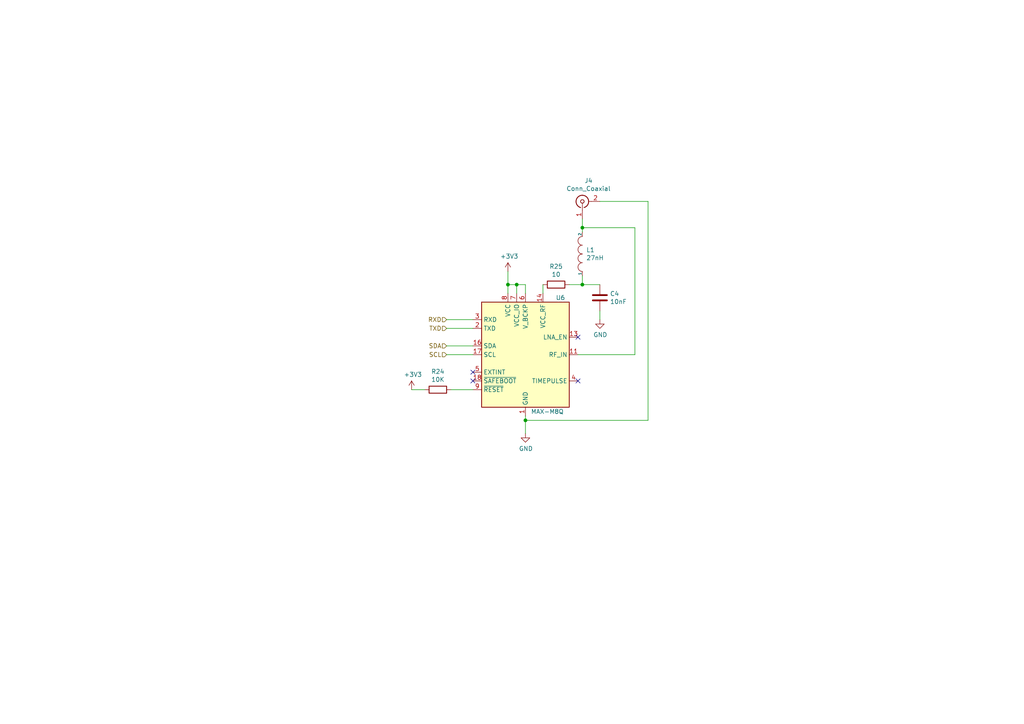
<source format=kicad_sch>
(kicad_sch (version 20211123) (generator eeschema)
  (paper "A4")
  (lib_symbols
    (symbol "Connector:Conn_Coaxial" (pin_names (offset 1.016) hide)
      (property "Reference" "J" (at 0.254 3.048 0))
      (property "Value" "Conn_Coaxial" (at 2.921 0 90))
      (symbol "Conn_Coaxial_0_1"
        (arc (start -1.778 -0.508) (mid 0.222 -1.808) (end 1.778 0) (stroke (width 0.254)))
        (polyline (pts (xy -2.54 0) (xy -0.508 0)))
        (polyline (pts (xy 0 -2.54) (xy 0 -1.778)))
        (circle (center 0 0) (radius 0.508) (stroke (width 0.2032)))
        (arc (start 1.778 0) (mid 0.2221 1.8083) (end -1.778 0.508) (stroke (width 0.254)))
      )
      (symbol "Conn_Coaxial_1_1"
        (pin passive line (at -5.08 0 0) (length 2.54) (name "In") (number "1"))
        (pin passive line (at 0 -5.08 90) (length 2.54) (name "Ext") (number "2"))
      )
    )
    (symbol "Device:C" (pin_numbers hide) (pin_names (offset 0.254))
      (property "Reference" "C" (at 0.635 2.54 0))
      (property "Value" "C" (at 0.635 -2.54 0))
      (symbol "C_0_1"
        (polyline (pts (xy -2.032 -0.762) (xy 2.032 -0.762)) (stroke (width 0.508)))
        (polyline (pts (xy -2.032 0.762) (xy 2.032 0.762)) (stroke (width 0.508)))
      )
      (symbol "C_1_1"
        (pin passive line (at 0 3.81 270) (length 2.794) (name "~") (number "1"))
        (pin passive line (at 0 -3.81 90) (length 2.794) (name "~") (number "2"))
      )
    )
    (symbol "Device:R" (pin_numbers hide) (pin_names (offset 0))
      (property "Reference" "R" (at 2.032 0 90))
      (property "Value" "R" (at 0 0 90))
      (symbol "R_0_1"
        (rectangle (start -1.016 -2.54) (end 1.016 2.54) (stroke (width 0.254)))
      )
      (symbol "R_1_1"
        (pin passive line (at 0 3.81 270) (length 1.27) (name "~") (number "1"))
        (pin passive line (at 0 -3.81 90) (length 1.27) (name "~") (number "2"))
      )
    )
    (symbol "RF_GPS:MAX-M8Q"
      (property "Reference" "U" (at -10.16 16.51 0))
      (property "Value" "MAX-M8Q" (at 11.43 16.51 0))
      (symbol "MAX-M8Q_0_1"
        (rectangle (start 12.7 15.24) (end -12.7 -15.24) (stroke (width 0.254)) (fill (type background)))
      )
      (symbol "MAX-M8Q_1_1"
        (pin power_in line (at 0 -17.78 90) (length 2.54) (name "GND") (number "1"))
        (pin passive line (at 0 -17.78 90) (length 2.54) hide (name "GND") (number "10"))
        (pin input line (at 15.24 0 180) (length 2.54) (name "RF_IN") (number "11"))
        (pin passive line (at 0 -17.78 90) (length 2.54) hide (name "GND") (number "12"))
        (pin output line (at 15.24 5.08 180) (length 2.54) (name "LNA_EN") (number "13"))
        (pin power_out line (at 5.08 17.78 270) (length 2.54) (name "VCC_RF") (number "14"))
        (pin no_connect line (at 12.7 -5.08 180) (length 2.54) hide (name "Reserved") (number "15"))
        (pin bidirectional line (at -15.24 2.54 0) (length 2.54) (name "SDA") (number "16"))
        (pin input line (at -15.24 0 0) (length 2.54) (name "SCL") (number "17"))
        (pin input line (at -15.24 -7.62 0) (length 2.54) (name "~{SAFEBOOT}") (number "18"))
        (pin output line (at -15.24 7.62 0) (length 2.54) (name "TXD") (number "2"))
        (pin input line (at -15.24 10.16 0) (length 2.54) (name "RXD") (number "3"))
        (pin output line (at 15.24 -7.62 180) (length 2.54) (name "TIMEPULSE") (number "4"))
        (pin input line (at -15.24 -5.08 0) (length 2.54) (name "EXTINT") (number "5"))
        (pin power_in line (at 0 17.78 270) (length 2.54) (name "V_BCKP") (number "6"))
        (pin power_in line (at -2.54 17.78 270) (length 2.54) (name "VCC_IO") (number "7"))
        (pin power_in line (at -5.08 17.78 270) (length 2.54) (name "VCC") (number "8"))
        (pin input line (at -15.24 -10.16 0) (length 2.54) (name "~{RESET}") (number "9"))
      )
    )
    (symbol "power:+3V3" (power) (pin_names (offset 0))
      (property "Value" "+3V3" (at 0 3.556 0))
      (symbol "+3V3_0_1"
        (polyline (pts (xy -0.762 1.27) (xy 0 2.54)))
        (polyline (pts (xy 0 0) (xy 0 2.54)))
        (polyline (pts (xy 0 2.54) (xy 0.762 1.27)))
      )
      (symbol "+3V3_1_1"
        (pin power_in line (at 0 0 90) (length 0) hide (name "+3V3") (number "1"))
      )
    )
    (symbol "power:GND" (power) (pin_names (offset 0))
      (property "Value" "GND" (at 0 -3.81 0))
      (symbol "GND_0_1"
        (polyline (pts (xy 0 0) (xy 0 -1.27) (xy 1.27 -1.27) (xy 0 -2.54) (xy -1.27 -1.27) (xy 0 -1.27)))
      )
      (symbol "GND_1_1"
        (pin power_in line (at 0 0 270) (length 0) hide (name "GND") (number "1"))
      )
    )
    (symbol "pspice:INDUCTOR" (pin_numbers hide) (pin_names (offset 0))
      (property "Reference" "L" (at 0 2.54 0))
      (property "Value" "INDUCTOR" (at 0 -1.27 0))
      (symbol "INDUCTOR_0_1"
        (arc (start -2.54 0) (mid -3.81 1.27) (end -5.08 0))
        (arc (start 0 0) (mid -1.27 1.27) (end -2.54 0))
        (arc (start 2.54 0) (mid 1.27 1.27) (end 0 0))
        (arc (start 5.08 0) (mid 3.81 1.27) (end 2.54 0))
      )
      (symbol "INDUCTOR_1_1"
        (pin input line (at -6.35 0 0) (length 1.27) (name "1") (number "1"))
        (pin input line (at 6.35 0 180) (length 1.27) (name "2") (number "2"))
      )
    )
  )
  (junction (at 149.86 82.55))
  (junction (at 152.4 121.92))
  (junction (at 168.91 66.04))
  (junction (at 168.91 82.55))
  (junction (at 147.32 82.55))
  (no_connect (at 167.64 110.49))
  (no_connect (at 137.16 107.95))
  (no_connect (at 167.64 97.79))
  (no_connect (at 137.16 110.49))
  (wire (pts (xy 173.99 90.17) (xy 173.99 92.71)))
  (wire (pts (xy 147.32 82.55) (xy 149.86 82.55)))
  (wire (pts (xy 149.86 82.55) (xy 149.86 85.09)))
  (wire (pts (xy 167.64 102.87) (xy 184.15 102.87)))
  (wire (pts (xy 187.96 58.42) (xy 187.96 121.92)))
  (wire (pts (xy 137.16 95.25) (xy 129.54 95.25)))
  (wire (pts (xy 173.99 58.42) (xy 187.96 58.42)))
  (wire (pts (xy 157.48 82.55) (xy 157.48 85.09)))
  (wire (pts (xy 168.91 66.04) (xy 168.91 63.5)))
  (wire (pts (xy 168.91 66.04) (xy 184.15 66.04)))
  (wire (pts (xy 165.1 82.55) (xy 168.91 82.55)))
  (wire (pts (xy 129.54 100.33) (xy 137.16 100.33)))
  (wire (pts (xy 123.19 113.03) (xy 119.38 113.03)))
  (wire (pts (xy 152.4 121.92) (xy 152.4 125.73)))
  (wire (pts (xy 184.15 66.04) (xy 184.15 102.87)))
  (wire (pts (xy 168.91 67.31) (xy 168.91 66.04)))
  (wire (pts (xy 129.54 92.71) (xy 137.16 92.71)))
  (wire (pts (xy 147.32 85.09) (xy 147.32 82.55)))
  (wire (pts (xy 168.91 82.55) (xy 173.99 82.55)))
  (wire (pts (xy 152.4 120.65) (xy 152.4 121.92)))
  (wire (pts (xy 152.4 82.55) (xy 152.4 85.09)))
  (wire (pts (xy 130.81 113.03) (xy 137.16 113.03)))
  (wire (pts (xy 149.86 82.55) (xy 152.4 82.55)))
  (wire (pts (xy 147.32 82.55) (xy 147.32 78.74)))
  (wire (pts (xy 129.54 102.87) (xy 137.16 102.87)))
  (wire (pts (xy 168.91 80.01) (xy 168.91 82.55)))
  (wire (pts (xy 187.96 121.92) (xy 152.4 121.92)))
  (hierarchical_label "SCL" (shape input) (at 129.54 102.87 180))
  (hierarchical_label "RXD" (shape input) (at 129.54 92.71 180))
  (hierarchical_label "SDA" (shape input) (at 129.54 100.33 180))
  (hierarchical_label "TXD" (shape input) (at 129.54 95.25 180))
  (symbol (lib_id "RF_GPS:MAX-M8Q") (at 152.4 102.87 0) (unit 1)
    (property "Reference" "U6" (at 162.56 86.36 0))
    (property "Value" "MAX-M8Q" (at 158.75 119.38 0))
    (property "Footprint" "RF_GPS:ublox_MAX" (effects hide))
    (property "Datasheet" "https://www.u-blox.com/sites/default/files/MAX-M8-FW3_DataSheet_%28UBX-15031506%29.pdf" (effects hide))
  )
  (symbol (lib_id "power:GND") (at 152.4 125.73 0) (unit 1)
    (property "Reference" "#PWR039" (effects hide))
    (property "Value" "GND" (at 152.527 130.1242 0))
  )
  (symbol (lib_id "power:+3V3") (at 147.32 78.74 0) (unit 1)
    (property "Reference" "#PWR038" (effects hide))
    (property "Value" "+3V3" (at 147.701 74.3458 0))
  )
  (symbol (lib_id "Device:R") (at 161.29 82.55 270) (unit 1)
    (property "Reference" "R25" (at 161.29 77.2922 90))
    (property "Value" "10" (at 161.29 79.6036 90))
    (property "Footprint" "Resistor_SMD:R_0603_1608Metric" (effects hide))
  )
  (symbol (lib_id "Device:C") (at 173.99 86.36 0) (unit 1)
    (property "Reference" "C4" (at 176.911 85.1916 0) (effects (justify left)))
    (property "Value" "10nF" (at 176.911 87.503 0) (effects (justify left)))
    (property "Footprint" "Capacitor_SMD:C_0603_1608Metric" (effects hide))
  )
  (symbol (lib_id "power:GND") (at 173.99 92.71 0) (unit 1)
    (property "Reference" "#PWR040" (effects hide))
    (property "Value" "GND" (at 174.117 97.1042 0))
  )
  (symbol (lib_id "pspice:INDUCTOR") (at 168.91 73.66 90) (unit 1)
    (property "Reference" "L1" (at 170.0276 72.4916 90) (effects (justify right)))
    (property "Value" "27nH" (at 170.0276 74.803 90) (effects (justify right)))
    (property "Footprint" "Inductor_SMD:L_0603_1608Metric" (effects hide))
  )
  (symbol (lib_id "power:+3V3") (at 119.38 113.03 0) (unit 1)
    (property "Reference" "#PWR037" (effects hide))
    (property "Value" "+3V3" (at 119.761 108.6358 0))
  )
  (symbol (lib_id "Connector:Conn_Coaxial") (at 168.91 58.42 90) (unit 1)
    (property "Reference" "J4" (at 170.7134 52.4002 90))
    (property "Value" "Conn_Coaxial" (at 170.7134 54.7116 90))
    (property "Footprint" "Connector_Coaxial:U.FL_Hirose_U.FL-R-SMT-1_Vertical" (effects hide))
    (property "Datasheet" " ~" (effects hide))
  )
  (symbol (lib_id "Device:R") (at 127 113.03 90) (unit 1)
    (property "Reference" "R24" (at 127 107.7722 90))
    (property "Value" "10K" (at 127 110.0836 90))
    (property "Footprint" "Resistor_SMD:R_0603_1608Metric" (effects hide))
  )
)
</source>
